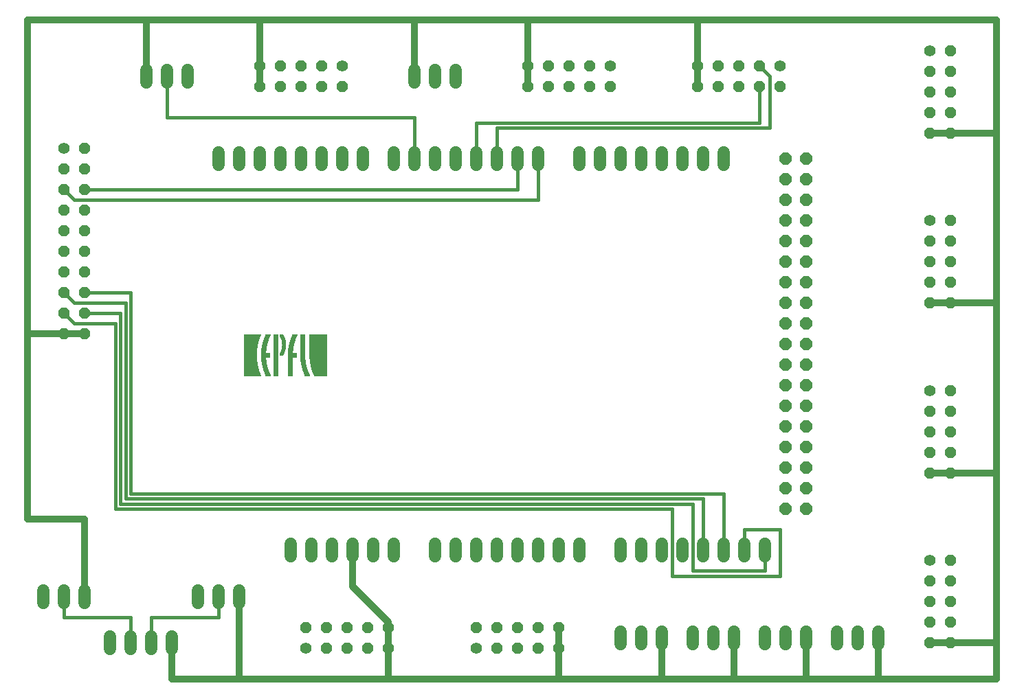
<source format=gtl>
G75*
G70*
%OFA0B0*%
%FSLAX24Y24*%
%IPPOS*%
%LPD*%
%AMOC8*
5,1,8,0,0,1.08239X$1,22.5*
%
%ADD10C,0.0010*%
%ADD11C,0.0600*%
%ADD12OC8,0.0600*%
%ADD13C,0.0560*%
%ADD14OC8,0.0560*%
%ADD15C,0.0160*%
%ADD16C,0.0320*%
D10*
X012016Y016528D02*
X012016Y018528D01*
X012816Y018528D01*
X012730Y018292D01*
X012667Y018048D01*
X012016Y018048D01*
X012016Y018056D02*
X012670Y018056D01*
X012667Y018048D02*
X012629Y017799D01*
X012616Y017548D01*
X012616Y017508D01*
X012629Y017257D01*
X012667Y017008D01*
X012730Y016765D01*
X012816Y016528D01*
X012016Y016528D01*
X012016Y016536D02*
X012813Y016536D01*
X012810Y016544D02*
X012016Y016544D01*
X012016Y016553D02*
X012807Y016553D01*
X012804Y016561D02*
X012016Y016561D01*
X012016Y016570D02*
X012801Y016570D01*
X012798Y016578D02*
X012016Y016578D01*
X012016Y016587D02*
X012794Y016587D01*
X012791Y016595D02*
X012016Y016595D01*
X012016Y016604D02*
X012788Y016604D01*
X012785Y016613D02*
X012016Y016613D01*
X012016Y016621D02*
X012782Y016621D01*
X012779Y016630D02*
X012016Y016630D01*
X012016Y016638D02*
X012776Y016638D01*
X012773Y016647D02*
X012016Y016647D01*
X012016Y016655D02*
X012770Y016655D01*
X012766Y016664D02*
X012016Y016664D01*
X012016Y016672D02*
X012763Y016672D01*
X012760Y016681D02*
X012016Y016681D01*
X012016Y016689D02*
X012757Y016689D01*
X012754Y016698D02*
X012016Y016698D01*
X012016Y016707D02*
X012751Y016707D01*
X012748Y016715D02*
X012016Y016715D01*
X012016Y016724D02*
X012745Y016724D01*
X012742Y016732D02*
X012016Y016732D01*
X012016Y016741D02*
X012739Y016741D01*
X012735Y016749D02*
X012016Y016749D01*
X012016Y016758D02*
X012732Y016758D01*
X012729Y016766D02*
X012016Y016766D01*
X012016Y016775D02*
X012727Y016775D01*
X012725Y016783D02*
X012016Y016783D01*
X012016Y016792D02*
X012723Y016792D01*
X012721Y016801D02*
X012016Y016801D01*
X012016Y016809D02*
X012718Y016809D01*
X012716Y016818D02*
X012016Y016818D01*
X012016Y016826D02*
X012714Y016826D01*
X012712Y016835D02*
X012016Y016835D01*
X012016Y016843D02*
X012710Y016843D01*
X012708Y016852D02*
X012016Y016852D01*
X012016Y016860D02*
X012705Y016860D01*
X012703Y016869D02*
X012016Y016869D01*
X012016Y016877D02*
X012701Y016877D01*
X012699Y016886D02*
X012016Y016886D01*
X012016Y016894D02*
X012697Y016894D01*
X012694Y016903D02*
X012016Y016903D01*
X012016Y016912D02*
X012692Y016912D01*
X012690Y016920D02*
X012016Y016920D01*
X012016Y016929D02*
X012688Y016929D01*
X012686Y016937D02*
X012016Y016937D01*
X012016Y016946D02*
X012683Y016946D01*
X012681Y016954D02*
X012016Y016954D01*
X012016Y016963D02*
X012679Y016963D01*
X012677Y016971D02*
X012016Y016971D01*
X012016Y016980D02*
X012675Y016980D01*
X012673Y016988D02*
X012016Y016988D01*
X012016Y016997D02*
X012670Y016997D01*
X012668Y017006D02*
X012016Y017006D01*
X012016Y017014D02*
X012667Y017014D01*
X012665Y017023D02*
X012016Y017023D01*
X012016Y017031D02*
X012664Y017031D01*
X012663Y017040D02*
X012016Y017040D01*
X012016Y017048D02*
X012661Y017048D01*
X012660Y017057D02*
X012016Y017057D01*
X012016Y017065D02*
X012659Y017065D01*
X012657Y017074D02*
X012016Y017074D01*
X012016Y017082D02*
X012656Y017082D01*
X012655Y017091D02*
X012016Y017091D01*
X012016Y017100D02*
X012653Y017100D01*
X012652Y017108D02*
X012016Y017108D01*
X012016Y017117D02*
X012651Y017117D01*
X012650Y017125D02*
X012016Y017125D01*
X012016Y017134D02*
X012648Y017134D01*
X012647Y017142D02*
X012016Y017142D01*
X012016Y017151D02*
X012646Y017151D01*
X012644Y017159D02*
X012016Y017159D01*
X012016Y017168D02*
X012643Y017168D01*
X012642Y017176D02*
X012016Y017176D01*
X012016Y017185D02*
X012640Y017185D01*
X012639Y017194D02*
X012016Y017194D01*
X012016Y017202D02*
X012638Y017202D01*
X012636Y017211D02*
X012016Y017211D01*
X012016Y017219D02*
X012635Y017219D01*
X012634Y017228D02*
X012016Y017228D01*
X012016Y017236D02*
X012633Y017236D01*
X012631Y017245D02*
X012016Y017245D01*
X012016Y017253D02*
X012630Y017253D01*
X012629Y017262D02*
X012016Y017262D01*
X012016Y017270D02*
X012629Y017270D01*
X012628Y017279D02*
X012016Y017279D01*
X012016Y017287D02*
X012628Y017287D01*
X012627Y017296D02*
X012016Y017296D01*
X012016Y017305D02*
X012627Y017305D01*
X012626Y017313D02*
X012016Y017313D01*
X012016Y017322D02*
X012626Y017322D01*
X012625Y017330D02*
X012016Y017330D01*
X012016Y017339D02*
X012625Y017339D01*
X012624Y017347D02*
X012016Y017347D01*
X012016Y017356D02*
X012624Y017356D01*
X012624Y017364D02*
X012016Y017364D01*
X012016Y017373D02*
X012623Y017373D01*
X012623Y017381D02*
X012016Y017381D01*
X012016Y017390D02*
X012622Y017390D01*
X012622Y017399D02*
X012016Y017399D01*
X012016Y017407D02*
X012621Y017407D01*
X012621Y017416D02*
X012016Y017416D01*
X012016Y017424D02*
X012620Y017424D01*
X012620Y017433D02*
X012016Y017433D01*
X012016Y017441D02*
X012619Y017441D01*
X012619Y017450D02*
X012016Y017450D01*
X012016Y017458D02*
X012619Y017458D01*
X012618Y017467D02*
X012016Y017467D01*
X012016Y017475D02*
X012618Y017475D01*
X012617Y017484D02*
X012016Y017484D01*
X012016Y017493D02*
X012617Y017493D01*
X012616Y017501D02*
X012016Y017501D01*
X012016Y017510D02*
X012616Y017510D01*
X012616Y017518D02*
X012016Y017518D01*
X012016Y017527D02*
X012616Y017527D01*
X012616Y017535D02*
X012016Y017535D01*
X012016Y017544D02*
X012616Y017544D01*
X012616Y017552D02*
X012016Y017552D01*
X012016Y017561D02*
X012617Y017561D01*
X012617Y017569D02*
X012016Y017569D01*
X012016Y017578D02*
X012617Y017578D01*
X012618Y017586D02*
X012016Y017586D01*
X012016Y017595D02*
X012618Y017595D01*
X012619Y017604D02*
X012016Y017604D01*
X012016Y017612D02*
X012619Y017612D01*
X012620Y017621D02*
X012016Y017621D01*
X012016Y017629D02*
X012620Y017629D01*
X012621Y017638D02*
X012016Y017638D01*
X012016Y017646D02*
X012621Y017646D01*
X012622Y017655D02*
X012016Y017655D01*
X012016Y017663D02*
X012622Y017663D01*
X012623Y017672D02*
X012016Y017672D01*
X012016Y017680D02*
X012623Y017680D01*
X012623Y017689D02*
X012016Y017689D01*
X012016Y017698D02*
X012624Y017698D01*
X012624Y017706D02*
X012016Y017706D01*
X012016Y017715D02*
X012625Y017715D01*
X012625Y017723D02*
X012016Y017723D01*
X012016Y017732D02*
X012626Y017732D01*
X012626Y017740D02*
X012016Y017740D01*
X012016Y017749D02*
X012627Y017749D01*
X012627Y017757D02*
X012016Y017757D01*
X012016Y017766D02*
X012628Y017766D01*
X012628Y017774D02*
X012016Y017774D01*
X012016Y017783D02*
X012629Y017783D01*
X012629Y017792D02*
X012016Y017792D01*
X012016Y017800D02*
X012629Y017800D01*
X012631Y017809D02*
X012016Y017809D01*
X012016Y017817D02*
X012632Y017817D01*
X012633Y017826D02*
X012016Y017826D01*
X012016Y017834D02*
X012635Y017834D01*
X012636Y017843D02*
X012016Y017843D01*
X012016Y017851D02*
X012637Y017851D01*
X012639Y017860D02*
X012016Y017860D01*
X012016Y017868D02*
X012640Y017868D01*
X012641Y017877D02*
X012016Y017877D01*
X012016Y017886D02*
X012643Y017886D01*
X012644Y017894D02*
X012016Y017894D01*
X012016Y017903D02*
X012645Y017903D01*
X012646Y017911D02*
X012016Y017911D01*
X012016Y017920D02*
X012648Y017920D01*
X012649Y017928D02*
X012016Y017928D01*
X012016Y017937D02*
X012650Y017937D01*
X012652Y017945D02*
X012016Y017945D01*
X012016Y017954D02*
X012653Y017954D01*
X012654Y017962D02*
X012016Y017962D01*
X012016Y017971D02*
X012656Y017971D01*
X012657Y017979D02*
X012016Y017979D01*
X012016Y017988D02*
X012658Y017988D01*
X012660Y017997D02*
X012016Y017997D01*
X012016Y018005D02*
X012661Y018005D01*
X012662Y018014D02*
X012016Y018014D01*
X012016Y018022D02*
X012664Y018022D01*
X012665Y018031D02*
X012016Y018031D01*
X012016Y018039D02*
X012666Y018039D01*
X012672Y018065D02*
X012016Y018065D01*
X012016Y018073D02*
X012674Y018073D01*
X012676Y018082D02*
X012016Y018082D01*
X012016Y018091D02*
X012678Y018091D01*
X012681Y018099D02*
X012016Y018099D01*
X012016Y018108D02*
X012683Y018108D01*
X012685Y018116D02*
X012016Y018116D01*
X012016Y018125D02*
X012687Y018125D01*
X012689Y018133D02*
X012016Y018133D01*
X012016Y018142D02*
X012691Y018142D01*
X012694Y018150D02*
X012016Y018150D01*
X012016Y018159D02*
X012696Y018159D01*
X012698Y018167D02*
X012016Y018167D01*
X012016Y018176D02*
X012700Y018176D01*
X012702Y018185D02*
X012016Y018185D01*
X012016Y018193D02*
X012705Y018193D01*
X012707Y018202D02*
X012016Y018202D01*
X012016Y018210D02*
X012709Y018210D01*
X012711Y018219D02*
X012016Y018219D01*
X012016Y018227D02*
X012713Y018227D01*
X012716Y018236D02*
X012016Y018236D01*
X012016Y018244D02*
X012718Y018244D01*
X012720Y018253D02*
X012016Y018253D01*
X012016Y018261D02*
X012722Y018261D01*
X012724Y018270D02*
X012016Y018270D01*
X012016Y018279D02*
X012726Y018279D01*
X012729Y018287D02*
X012016Y018287D01*
X012016Y018296D02*
X012731Y018296D01*
X012734Y018304D02*
X012016Y018304D01*
X012016Y018313D02*
X012737Y018313D01*
X012741Y018321D02*
X012016Y018321D01*
X012016Y018330D02*
X012744Y018330D01*
X012747Y018338D02*
X012016Y018338D01*
X012016Y018347D02*
X012750Y018347D01*
X012753Y018355D02*
X012016Y018355D01*
X012016Y018364D02*
X012756Y018364D01*
X012759Y018372D02*
X012016Y018372D01*
X012016Y018381D02*
X012762Y018381D01*
X012765Y018390D02*
X012016Y018390D01*
X012016Y018398D02*
X012769Y018398D01*
X012772Y018407D02*
X012016Y018407D01*
X012016Y018415D02*
X012775Y018415D01*
X012778Y018424D02*
X012016Y018424D01*
X012016Y018432D02*
X012781Y018432D01*
X012784Y018441D02*
X012016Y018441D01*
X012016Y018449D02*
X012787Y018449D01*
X012790Y018458D02*
X012016Y018458D01*
X012016Y018466D02*
X012793Y018466D01*
X012796Y018475D02*
X012016Y018475D01*
X012016Y018484D02*
X012800Y018484D01*
X012803Y018492D02*
X012016Y018492D01*
X012016Y018501D02*
X012806Y018501D01*
X012809Y018509D02*
X012016Y018509D01*
X012016Y018518D02*
X012812Y018518D01*
X012815Y018526D02*
X012016Y018526D01*
X012973Y018261D02*
X013183Y018261D01*
X013180Y018253D02*
X012970Y018253D01*
X012968Y018244D02*
X013177Y018244D01*
X013175Y018236D02*
X012966Y018236D01*
X012963Y018227D02*
X013172Y018227D01*
X013169Y018219D02*
X012961Y018219D01*
X012959Y018210D02*
X013166Y018210D01*
X013164Y018202D02*
X012956Y018202D01*
X012954Y018193D02*
X013161Y018193D01*
X013158Y018185D02*
X012951Y018185D01*
X012949Y018176D02*
X013155Y018176D01*
X013153Y018167D02*
X012947Y018167D01*
X012944Y018159D02*
X013150Y018159D01*
X013147Y018150D02*
X012942Y018150D01*
X012940Y018142D02*
X013144Y018142D01*
X013141Y018133D02*
X012937Y018133D01*
X012935Y018125D02*
X013139Y018125D01*
X013136Y018116D02*
X012932Y018116D01*
X012930Y018108D02*
X013133Y018108D01*
X013130Y018099D02*
X012928Y018099D01*
X012925Y018091D02*
X013128Y018091D01*
X013079Y017862D01*
X013056Y017628D01*
X013256Y017628D01*
X013256Y017428D01*
X013056Y017428D01*
X013079Y017195D01*
X013128Y016965D01*
X013200Y016742D01*
X013296Y016528D01*
X013076Y016528D01*
X012982Y016763D01*
X012914Y017007D01*
X012872Y017256D01*
X012856Y017508D01*
X012856Y017528D01*
X012870Y017786D01*
X012911Y018040D01*
X012980Y018289D01*
X013076Y018528D01*
X013296Y018528D01*
X013200Y018314D01*
X013128Y018091D01*
X013126Y018082D02*
X012923Y018082D01*
X012921Y018073D02*
X013124Y018073D01*
X013122Y018065D02*
X012918Y018065D01*
X012916Y018056D02*
X013120Y018056D01*
X013119Y018048D02*
X012914Y018048D01*
X012911Y018039D02*
X013117Y018039D01*
X013115Y018031D02*
X012910Y018031D01*
X012908Y018022D02*
X013113Y018022D01*
X013111Y018014D02*
X012907Y018014D01*
X012906Y018005D02*
X013110Y018005D01*
X013108Y017997D02*
X012904Y017997D01*
X012903Y017988D02*
X013106Y017988D01*
X013104Y017979D02*
X012901Y017979D01*
X012900Y017971D02*
X013102Y017971D01*
X013101Y017962D02*
X012899Y017962D01*
X012897Y017954D02*
X013099Y017954D01*
X013097Y017945D02*
X012896Y017945D01*
X012894Y017937D02*
X013095Y017937D01*
X013094Y017928D02*
X012893Y017928D01*
X012892Y017920D02*
X013092Y017920D01*
X013090Y017911D02*
X012890Y017911D01*
X012889Y017903D02*
X013088Y017903D01*
X013086Y017894D02*
X012888Y017894D01*
X012886Y017886D02*
X013085Y017886D01*
X013083Y017877D02*
X012885Y017877D01*
X012883Y017868D02*
X013081Y017868D01*
X013079Y017860D02*
X012882Y017860D01*
X012881Y017851D02*
X013078Y017851D01*
X013078Y017843D02*
X012879Y017843D01*
X012878Y017834D02*
X013077Y017834D01*
X013076Y017826D02*
X012876Y017826D01*
X012875Y017817D02*
X013075Y017817D01*
X013074Y017809D02*
X012874Y017809D01*
X012872Y017800D02*
X013073Y017800D01*
X013072Y017792D02*
X012871Y017792D01*
X012870Y017783D02*
X013072Y017783D01*
X013071Y017774D02*
X012869Y017774D01*
X012869Y017766D02*
X013070Y017766D01*
X013069Y017757D02*
X012868Y017757D01*
X012868Y017749D02*
X013068Y017749D01*
X013067Y017740D02*
X012867Y017740D01*
X012867Y017732D02*
X013066Y017732D01*
X013066Y017723D02*
X012866Y017723D01*
X012866Y017715D02*
X013065Y017715D01*
X013064Y017706D02*
X012866Y017706D01*
X012865Y017698D02*
X013063Y017698D01*
X013062Y017689D02*
X012865Y017689D01*
X012864Y017680D02*
X013061Y017680D01*
X013060Y017672D02*
X012864Y017672D01*
X012863Y017663D02*
X013060Y017663D01*
X013059Y017655D02*
X012863Y017655D01*
X012862Y017646D02*
X013058Y017646D01*
X013057Y017638D02*
X012862Y017638D01*
X012861Y017629D02*
X013056Y017629D01*
X012861Y017621D02*
X013256Y017621D01*
X013256Y017612D02*
X012860Y017612D01*
X012860Y017604D02*
X013256Y017604D01*
X013256Y017595D02*
X012860Y017595D01*
X012859Y017586D02*
X013256Y017586D01*
X013256Y017578D02*
X012859Y017578D01*
X012858Y017569D02*
X013256Y017569D01*
X013256Y017561D02*
X012858Y017561D01*
X012857Y017552D02*
X013256Y017552D01*
X013256Y017544D02*
X012857Y017544D01*
X012856Y017535D02*
X013256Y017535D01*
X013256Y017527D02*
X012856Y017527D01*
X012856Y017518D02*
X013256Y017518D01*
X013256Y017510D02*
X012856Y017510D01*
X012856Y017501D02*
X013256Y017501D01*
X013256Y017493D02*
X012857Y017493D01*
X012858Y017484D02*
X013256Y017484D01*
X013256Y017475D02*
X012858Y017475D01*
X012859Y017467D02*
X013256Y017467D01*
X013256Y017458D02*
X012859Y017458D01*
X012860Y017450D02*
X013256Y017450D01*
X013256Y017441D02*
X012860Y017441D01*
X012861Y017433D02*
X013256Y017433D01*
X013057Y017416D02*
X012862Y017416D01*
X012861Y017424D02*
X013056Y017424D01*
X013058Y017407D02*
X012862Y017407D01*
X012863Y017399D02*
X013059Y017399D01*
X013060Y017390D02*
X012863Y017390D01*
X012864Y017381D02*
X013061Y017381D01*
X013062Y017373D02*
X012864Y017373D01*
X012865Y017364D02*
X013062Y017364D01*
X013063Y017356D02*
X012866Y017356D01*
X012866Y017347D02*
X013064Y017347D01*
X013065Y017339D02*
X012867Y017339D01*
X012867Y017330D02*
X013066Y017330D01*
X013067Y017322D02*
X012868Y017322D01*
X012868Y017313D02*
X013068Y017313D01*
X013068Y017305D02*
X012869Y017305D01*
X012869Y017296D02*
X013069Y017296D01*
X013070Y017287D02*
X012870Y017287D01*
X012870Y017279D02*
X013071Y017279D01*
X013072Y017270D02*
X012871Y017270D01*
X012871Y017262D02*
X013073Y017262D01*
X013074Y017253D02*
X012872Y017253D01*
X012874Y017245D02*
X013074Y017245D01*
X013075Y017236D02*
X012875Y017236D01*
X012877Y017228D02*
X013076Y017228D01*
X013077Y017219D02*
X012878Y017219D01*
X012879Y017211D02*
X013078Y017211D01*
X013079Y017202D02*
X012881Y017202D01*
X012882Y017194D02*
X013080Y017194D01*
X013082Y017185D02*
X012884Y017185D01*
X012885Y017176D02*
X013083Y017176D01*
X013085Y017168D02*
X012887Y017168D01*
X012888Y017159D02*
X013087Y017159D01*
X013089Y017151D02*
X012890Y017151D01*
X012891Y017142D02*
X013091Y017142D01*
X013092Y017134D02*
X012892Y017134D01*
X012894Y017125D02*
X013094Y017125D01*
X013096Y017117D02*
X012895Y017117D01*
X012897Y017108D02*
X013098Y017108D01*
X013100Y017100D02*
X012898Y017100D01*
X012900Y017091D02*
X013101Y017091D01*
X013103Y017082D02*
X012901Y017082D01*
X012903Y017074D02*
X013105Y017074D01*
X013107Y017065D02*
X012904Y017065D01*
X012905Y017057D02*
X013109Y017057D01*
X013110Y017048D02*
X012907Y017048D01*
X012908Y017040D02*
X013112Y017040D01*
X013114Y017031D02*
X012910Y017031D01*
X012911Y017023D02*
X013116Y017023D01*
X013117Y017014D02*
X012913Y017014D01*
X012914Y017006D02*
X013119Y017006D01*
X013121Y016997D02*
X012917Y016997D01*
X012919Y016988D02*
X013123Y016988D01*
X013125Y016980D02*
X012921Y016980D01*
X012924Y016971D02*
X013126Y016971D01*
X013129Y016963D02*
X012926Y016963D01*
X012929Y016954D02*
X013131Y016954D01*
X013134Y016946D02*
X012931Y016946D01*
X012933Y016937D02*
X013137Y016937D01*
X013140Y016929D02*
X012936Y016929D01*
X012938Y016920D02*
X013142Y016920D01*
X013145Y016912D02*
X012941Y016912D01*
X012943Y016903D02*
X013148Y016903D01*
X013151Y016894D02*
X012945Y016894D01*
X012948Y016886D02*
X013153Y016886D01*
X013156Y016877D02*
X012950Y016877D01*
X012953Y016869D02*
X013159Y016869D01*
X013162Y016860D02*
X012955Y016860D01*
X012957Y016852D02*
X013165Y016852D01*
X013167Y016843D02*
X012960Y016843D01*
X012962Y016835D02*
X013170Y016835D01*
X013173Y016826D02*
X012965Y016826D01*
X012967Y016818D02*
X013176Y016818D01*
X013178Y016809D02*
X012969Y016809D01*
X012972Y016801D02*
X013181Y016801D01*
X013184Y016792D02*
X012974Y016792D01*
X012977Y016783D02*
X013187Y016783D01*
X013189Y016775D02*
X012979Y016775D01*
X012981Y016766D02*
X013192Y016766D01*
X013195Y016758D02*
X012984Y016758D01*
X012988Y016749D02*
X013198Y016749D01*
X013201Y016741D02*
X012991Y016741D01*
X012995Y016732D02*
X013205Y016732D01*
X013208Y016724D02*
X012998Y016724D01*
X013001Y016715D02*
X013212Y016715D01*
X013216Y016707D02*
X013005Y016707D01*
X013008Y016698D02*
X013220Y016698D01*
X013224Y016689D02*
X013012Y016689D01*
X013015Y016681D02*
X013228Y016681D01*
X013231Y016672D02*
X013018Y016672D01*
X013022Y016664D02*
X013235Y016664D01*
X013239Y016655D02*
X013025Y016655D01*
X013029Y016647D02*
X013243Y016647D01*
X013247Y016638D02*
X013032Y016638D01*
X013035Y016630D02*
X013250Y016630D01*
X013254Y016621D02*
X013039Y016621D01*
X013042Y016613D02*
X013258Y016613D01*
X013262Y016604D02*
X013046Y016604D01*
X013049Y016595D02*
X013266Y016595D01*
X013269Y016587D02*
X013052Y016587D01*
X013056Y016578D02*
X013273Y016578D01*
X013277Y016570D02*
X013059Y016570D01*
X013063Y016561D02*
X013281Y016561D01*
X013285Y016553D02*
X013066Y016553D01*
X013069Y016544D02*
X013289Y016544D01*
X013292Y016536D02*
X013073Y016536D01*
X013456Y016536D02*
X013656Y016536D01*
X013656Y016528D02*
X013656Y018528D01*
X013456Y018528D01*
X013456Y016528D01*
X013656Y016528D01*
X013656Y016544D02*
X013456Y016544D01*
X013456Y016553D02*
X013656Y016553D01*
X013656Y016561D02*
X013456Y016561D01*
X013456Y016570D02*
X013656Y016570D01*
X013656Y016578D02*
X013456Y016578D01*
X013456Y016587D02*
X013656Y016587D01*
X013656Y016595D02*
X013456Y016595D01*
X013456Y016604D02*
X013656Y016604D01*
X013656Y016613D02*
X013456Y016613D01*
X013456Y016621D02*
X013656Y016621D01*
X013656Y016630D02*
X013456Y016630D01*
X013456Y016638D02*
X013656Y016638D01*
X013656Y016647D02*
X013456Y016647D01*
X013456Y016655D02*
X013656Y016655D01*
X013656Y016664D02*
X013456Y016664D01*
X013456Y016672D02*
X013656Y016672D01*
X013656Y016681D02*
X013456Y016681D01*
X013456Y016689D02*
X013656Y016689D01*
X013656Y016698D02*
X013456Y016698D01*
X013456Y016707D02*
X013656Y016707D01*
X013656Y016715D02*
X013456Y016715D01*
X013456Y016724D02*
X013656Y016724D01*
X013656Y016732D02*
X013456Y016732D01*
X013456Y016741D02*
X013656Y016741D01*
X013656Y016749D02*
X013456Y016749D01*
X013456Y016758D02*
X013656Y016758D01*
X013656Y016766D02*
X013456Y016766D01*
X013456Y016775D02*
X013656Y016775D01*
X013656Y016783D02*
X013456Y016783D01*
X013456Y016792D02*
X013656Y016792D01*
X013656Y016801D02*
X013456Y016801D01*
X013456Y016809D02*
X013656Y016809D01*
X013656Y016818D02*
X013456Y016818D01*
X013456Y016826D02*
X013656Y016826D01*
X013656Y016835D02*
X013456Y016835D01*
X013456Y016843D02*
X013656Y016843D01*
X013656Y016852D02*
X013456Y016852D01*
X013456Y016860D02*
X013656Y016860D01*
X013656Y016869D02*
X013456Y016869D01*
X013456Y016877D02*
X013656Y016877D01*
X013656Y016886D02*
X013456Y016886D01*
X013456Y016894D02*
X013656Y016894D01*
X013656Y016903D02*
X013456Y016903D01*
X013456Y016912D02*
X013656Y016912D01*
X013656Y016920D02*
X013456Y016920D01*
X013456Y016929D02*
X013656Y016929D01*
X013656Y016937D02*
X013456Y016937D01*
X013456Y016946D02*
X013656Y016946D01*
X013656Y016954D02*
X013456Y016954D01*
X013456Y016963D02*
X013656Y016963D01*
X013656Y016971D02*
X013456Y016971D01*
X013456Y016980D02*
X013656Y016980D01*
X013656Y016988D02*
X013456Y016988D01*
X013456Y016997D02*
X013656Y016997D01*
X013656Y017006D02*
X013456Y017006D01*
X013456Y017014D02*
X013656Y017014D01*
X013656Y017023D02*
X013456Y017023D01*
X013456Y017031D02*
X013656Y017031D01*
X013656Y017040D02*
X013456Y017040D01*
X013456Y017048D02*
X013656Y017048D01*
X013656Y017057D02*
X013456Y017057D01*
X013456Y017065D02*
X013656Y017065D01*
X013656Y017074D02*
X013456Y017074D01*
X013456Y017082D02*
X013656Y017082D01*
X013656Y017091D02*
X013456Y017091D01*
X013456Y017100D02*
X013656Y017100D01*
X013656Y017108D02*
X013456Y017108D01*
X013456Y017117D02*
X013656Y017117D01*
X013656Y017125D02*
X013456Y017125D01*
X013456Y017134D02*
X013656Y017134D01*
X013656Y017142D02*
X013456Y017142D01*
X013456Y017151D02*
X013656Y017151D01*
X013656Y017159D02*
X013456Y017159D01*
X013456Y017168D02*
X013656Y017168D01*
X013656Y017176D02*
X013456Y017176D01*
X013456Y017185D02*
X013656Y017185D01*
X013656Y017194D02*
X013456Y017194D01*
X013456Y017202D02*
X013656Y017202D01*
X013656Y017211D02*
X013456Y017211D01*
X013456Y017219D02*
X013656Y017219D01*
X013656Y017228D02*
X013456Y017228D01*
X013456Y017236D02*
X013656Y017236D01*
X013656Y017245D02*
X013456Y017245D01*
X013456Y017253D02*
X013656Y017253D01*
X013656Y017262D02*
X013456Y017262D01*
X013456Y017270D02*
X013656Y017270D01*
X013656Y017279D02*
X013456Y017279D01*
X013456Y017287D02*
X013656Y017287D01*
X013656Y017296D02*
X013456Y017296D01*
X013456Y017305D02*
X013656Y017305D01*
X013656Y017313D02*
X013456Y017313D01*
X013456Y017322D02*
X013656Y017322D01*
X013656Y017330D02*
X013456Y017330D01*
X013456Y017339D02*
X013656Y017339D01*
X013656Y017347D02*
X013456Y017347D01*
X013456Y017356D02*
X013656Y017356D01*
X013656Y017364D02*
X013456Y017364D01*
X013456Y017373D02*
X013656Y017373D01*
X013656Y017381D02*
X013456Y017381D01*
X013456Y017390D02*
X013656Y017390D01*
X013656Y017399D02*
X013456Y017399D01*
X013456Y017407D02*
X013656Y017407D01*
X013656Y017416D02*
X013456Y017416D01*
X013456Y017424D02*
X013656Y017424D01*
X013656Y017433D02*
X013456Y017433D01*
X013456Y017441D02*
X013656Y017441D01*
X013656Y017450D02*
X013456Y017450D01*
X013456Y017458D02*
X013656Y017458D01*
X013656Y017467D02*
X013456Y017467D01*
X013456Y017475D02*
X013656Y017475D01*
X013656Y017484D02*
X013456Y017484D01*
X013456Y017493D02*
X013656Y017493D01*
X013656Y017501D02*
X013456Y017501D01*
X013456Y017510D02*
X013656Y017510D01*
X013656Y017518D02*
X013456Y017518D01*
X013456Y017527D02*
X013656Y017527D01*
X013656Y017535D02*
X013456Y017535D01*
X013456Y017544D02*
X013656Y017544D01*
X013656Y017552D02*
X013456Y017552D01*
X013456Y017561D02*
X013656Y017561D01*
X013656Y017569D02*
X013456Y017569D01*
X013456Y017578D02*
X013656Y017578D01*
X013656Y017586D02*
X013456Y017586D01*
X013456Y017595D02*
X013656Y017595D01*
X013656Y017604D02*
X013456Y017604D01*
X013456Y017612D02*
X013656Y017612D01*
X013656Y017621D02*
X013456Y017621D01*
X013456Y017629D02*
X013656Y017629D01*
X013656Y017638D02*
X013456Y017638D01*
X013456Y017646D02*
X013656Y017646D01*
X013656Y017655D02*
X013456Y017655D01*
X013456Y017663D02*
X013656Y017663D01*
X013656Y017672D02*
X013456Y017672D01*
X013456Y017680D02*
X013656Y017680D01*
X013656Y017689D02*
X013456Y017689D01*
X013456Y017698D02*
X013656Y017698D01*
X013656Y017706D02*
X013456Y017706D01*
X013456Y017715D02*
X013656Y017715D01*
X013656Y017723D02*
X013456Y017723D01*
X013456Y017732D02*
X013656Y017732D01*
X013656Y017740D02*
X013456Y017740D01*
X013456Y017749D02*
X013656Y017749D01*
X013656Y017757D02*
X013456Y017757D01*
X013456Y017766D02*
X013656Y017766D01*
X013656Y017774D02*
X013456Y017774D01*
X013456Y017783D02*
X013656Y017783D01*
X013656Y017792D02*
X013456Y017792D01*
X013456Y017800D02*
X013656Y017800D01*
X013656Y017809D02*
X013456Y017809D01*
X013456Y017817D02*
X013656Y017817D01*
X013656Y017826D02*
X013456Y017826D01*
X013456Y017834D02*
X013656Y017834D01*
X013656Y017843D02*
X013456Y017843D01*
X013456Y017851D02*
X013656Y017851D01*
X013656Y017860D02*
X013456Y017860D01*
X013456Y017868D02*
X013656Y017868D01*
X013656Y017877D02*
X013456Y017877D01*
X013456Y017886D02*
X013656Y017886D01*
X013656Y017894D02*
X013456Y017894D01*
X013456Y017903D02*
X013656Y017903D01*
X013656Y017911D02*
X013456Y017911D01*
X013456Y017920D02*
X013656Y017920D01*
X013656Y017928D02*
X013456Y017928D01*
X013456Y017937D02*
X013656Y017937D01*
X013656Y017945D02*
X013456Y017945D01*
X013456Y017954D02*
X013656Y017954D01*
X013656Y017962D02*
X013456Y017962D01*
X013456Y017971D02*
X013656Y017971D01*
X013656Y017979D02*
X013456Y017979D01*
X013456Y017988D02*
X013656Y017988D01*
X013656Y017997D02*
X013456Y017997D01*
X013456Y018005D02*
X013656Y018005D01*
X013656Y018014D02*
X013456Y018014D01*
X013456Y018022D02*
X013656Y018022D01*
X013656Y018031D02*
X013456Y018031D01*
X013456Y018039D02*
X013656Y018039D01*
X013656Y018048D02*
X013456Y018048D01*
X013456Y018056D02*
X013656Y018056D01*
X013656Y018065D02*
X013456Y018065D01*
X013456Y018073D02*
X013656Y018073D01*
X013656Y018082D02*
X013456Y018082D01*
X013456Y018091D02*
X013656Y018091D01*
X013656Y018099D02*
X013456Y018099D01*
X013456Y018108D02*
X013656Y018108D01*
X013656Y018116D02*
X013456Y018116D01*
X013456Y018125D02*
X013656Y018125D01*
X013656Y018133D02*
X013456Y018133D01*
X013456Y018142D02*
X013656Y018142D01*
X013656Y018150D02*
X013456Y018150D01*
X013456Y018159D02*
X013656Y018159D01*
X013656Y018167D02*
X013456Y018167D01*
X013456Y018176D02*
X013656Y018176D01*
X013656Y018185D02*
X013456Y018185D01*
X013456Y018193D02*
X013656Y018193D01*
X013656Y018202D02*
X013456Y018202D01*
X013456Y018210D02*
X013656Y018210D01*
X013656Y018219D02*
X013456Y018219D01*
X013456Y018227D02*
X013656Y018227D01*
X013656Y018236D02*
X013456Y018236D01*
X013456Y018244D02*
X013656Y018244D01*
X013656Y018253D02*
X013456Y018253D01*
X013456Y018261D02*
X013656Y018261D01*
X013656Y018270D02*
X013456Y018270D01*
X013456Y018279D02*
X013656Y018279D01*
X013656Y018287D02*
X013456Y018287D01*
X013456Y018296D02*
X013656Y018296D01*
X013656Y018304D02*
X013456Y018304D01*
X013456Y018313D02*
X013656Y018313D01*
X013656Y018321D02*
X013456Y018321D01*
X013456Y018330D02*
X013656Y018330D01*
X013656Y018338D02*
X013456Y018338D01*
X013456Y018347D02*
X013656Y018347D01*
X013656Y018355D02*
X013456Y018355D01*
X013456Y018364D02*
X013656Y018364D01*
X013656Y018372D02*
X013456Y018372D01*
X013456Y018381D02*
X013656Y018381D01*
X013656Y018390D02*
X013456Y018390D01*
X013456Y018398D02*
X013656Y018398D01*
X013656Y018407D02*
X013456Y018407D01*
X013456Y018415D02*
X013656Y018415D01*
X013656Y018424D02*
X013456Y018424D01*
X013456Y018432D02*
X013656Y018432D01*
X013656Y018441D02*
X013456Y018441D01*
X013456Y018449D02*
X013656Y018449D01*
X013656Y018458D02*
X013456Y018458D01*
X013456Y018466D02*
X013656Y018466D01*
X013656Y018475D02*
X013456Y018475D01*
X013456Y018484D02*
X013656Y018484D01*
X013656Y018492D02*
X013456Y018492D01*
X013456Y018501D02*
X013656Y018501D01*
X013656Y018509D02*
X013456Y018509D01*
X013456Y018518D02*
X013656Y018518D01*
X013656Y018526D02*
X013456Y018526D01*
X013295Y018526D02*
X013075Y018526D01*
X013071Y018518D02*
X013291Y018518D01*
X013287Y018509D02*
X013068Y018509D01*
X013065Y018501D02*
X013283Y018501D01*
X013280Y018492D02*
X013061Y018492D01*
X013058Y018484D02*
X013276Y018484D01*
X013272Y018475D02*
X013054Y018475D01*
X013051Y018466D02*
X013268Y018466D01*
X013264Y018458D02*
X013048Y018458D01*
X013044Y018449D02*
X013261Y018449D01*
X013257Y018441D02*
X013041Y018441D01*
X013037Y018432D02*
X013253Y018432D01*
X013249Y018424D02*
X013034Y018424D01*
X013031Y018415D02*
X013245Y018415D01*
X013241Y018407D02*
X013027Y018407D01*
X013024Y018398D02*
X013238Y018398D01*
X013234Y018390D02*
X013020Y018390D01*
X013017Y018381D02*
X013230Y018381D01*
X013226Y018372D02*
X013014Y018372D01*
X013010Y018364D02*
X013222Y018364D01*
X013219Y018355D02*
X013007Y018355D01*
X013003Y018347D02*
X013215Y018347D01*
X013211Y018338D02*
X013000Y018338D01*
X012997Y018330D02*
X013207Y018330D01*
X013203Y018321D02*
X012993Y018321D01*
X012990Y018313D02*
X013200Y018313D01*
X013197Y018304D02*
X012986Y018304D01*
X012983Y018296D02*
X013194Y018296D01*
X013191Y018287D02*
X012980Y018287D01*
X012977Y018279D02*
X013189Y018279D01*
X013186Y018270D02*
X012975Y018270D01*
X013756Y018468D02*
X013806Y018370D01*
X013844Y018266D01*
X013867Y018158D01*
X013876Y018048D01*
X014034Y018048D01*
X014034Y018056D02*
X013875Y018056D01*
X013876Y018048D02*
X013876Y018008D01*
X013868Y017901D01*
X013847Y017796D01*
X013813Y017695D01*
X013766Y017598D01*
X013766Y017528D01*
X013896Y017528D01*
X013955Y017645D01*
X013999Y017769D01*
X014026Y017897D01*
X014036Y018028D01*
X014026Y018159D01*
X013999Y018287D01*
X013836Y018287D01*
X013833Y018296D02*
X013996Y018296D01*
X013993Y018304D02*
X013830Y018304D01*
X013827Y018313D02*
X013990Y018313D01*
X013987Y018321D02*
X013824Y018321D01*
X013821Y018330D02*
X013984Y018330D01*
X013981Y018338D02*
X013818Y018338D01*
X013815Y018347D02*
X013978Y018347D01*
X013975Y018355D02*
X013812Y018355D01*
X013809Y018364D02*
X013972Y018364D01*
X013969Y018372D02*
X013805Y018372D01*
X013801Y018381D02*
X013966Y018381D01*
X013963Y018390D02*
X013797Y018390D01*
X013792Y018398D02*
X013960Y018398D01*
X013957Y018407D02*
X013788Y018407D01*
X013783Y018415D02*
X013953Y018415D01*
X013955Y018411D02*
X013999Y018287D01*
X014001Y018279D02*
X013839Y018279D01*
X013842Y018270D02*
X014003Y018270D01*
X014004Y018261D02*
X013845Y018261D01*
X013847Y018253D02*
X014006Y018253D01*
X014008Y018244D02*
X013848Y018244D01*
X013850Y018236D02*
X014010Y018236D01*
X014012Y018227D02*
X013852Y018227D01*
X013854Y018219D02*
X014013Y018219D01*
X014015Y018210D02*
X013856Y018210D01*
X013858Y018202D02*
X014017Y018202D01*
X014019Y018193D02*
X013859Y018193D01*
X013861Y018185D02*
X014021Y018185D01*
X014022Y018176D02*
X013863Y018176D01*
X013865Y018167D02*
X014024Y018167D01*
X014026Y018159D02*
X013867Y018159D01*
X013867Y018150D02*
X014027Y018150D01*
X014027Y018142D02*
X013868Y018142D01*
X013869Y018133D02*
X014028Y018133D01*
X014029Y018125D02*
X013870Y018125D01*
X013870Y018116D02*
X014029Y018116D01*
X014030Y018108D02*
X013871Y018108D01*
X013872Y018099D02*
X014030Y018099D01*
X014031Y018091D02*
X013872Y018091D01*
X013873Y018082D02*
X014032Y018082D01*
X014032Y018073D02*
X013874Y018073D01*
X013874Y018065D02*
X014033Y018065D01*
X014035Y018039D02*
X013876Y018039D01*
X013876Y018031D02*
X014036Y018031D01*
X014035Y018022D02*
X013876Y018022D01*
X013876Y018014D02*
X014035Y018014D01*
X014034Y018005D02*
X013875Y018005D01*
X013875Y017997D02*
X014034Y017997D01*
X014033Y017988D02*
X013874Y017988D01*
X013874Y017979D02*
X014032Y017979D01*
X014032Y017971D02*
X013873Y017971D01*
X013872Y017962D02*
X014031Y017962D01*
X014030Y017954D02*
X013872Y017954D01*
X013871Y017945D02*
X014030Y017945D01*
X014029Y017937D02*
X013871Y017937D01*
X013870Y017928D02*
X014028Y017928D01*
X014028Y017920D02*
X013869Y017920D01*
X013869Y017911D02*
X014027Y017911D01*
X014026Y017903D02*
X013868Y017903D01*
X013867Y017894D02*
X014025Y017894D01*
X014023Y017886D02*
X013865Y017886D01*
X013863Y017877D02*
X014022Y017877D01*
X014020Y017868D02*
X013861Y017868D01*
X013860Y017860D02*
X014018Y017860D01*
X014016Y017851D02*
X013858Y017851D01*
X013856Y017843D02*
X014014Y017843D01*
X014013Y017834D02*
X013855Y017834D01*
X013853Y017826D02*
X014011Y017826D01*
X014009Y017817D02*
X013851Y017817D01*
X013849Y017809D02*
X014007Y017809D01*
X014005Y017800D02*
X013848Y017800D01*
X013845Y017792D02*
X014004Y017792D01*
X014002Y017783D02*
X013843Y017783D01*
X013840Y017774D02*
X014000Y017774D01*
X013998Y017766D02*
X013837Y017766D01*
X013834Y017757D02*
X013995Y017757D01*
X013992Y017749D02*
X013831Y017749D01*
X013828Y017740D02*
X013989Y017740D01*
X013986Y017732D02*
X013825Y017732D01*
X013822Y017723D02*
X013983Y017723D01*
X013980Y017715D02*
X013819Y017715D01*
X013817Y017706D02*
X013977Y017706D01*
X013974Y017698D02*
X013814Y017698D01*
X013810Y017689D02*
X013971Y017689D01*
X013968Y017680D02*
X013806Y017680D01*
X013802Y017672D02*
X013965Y017672D01*
X013962Y017663D02*
X013797Y017663D01*
X013793Y017655D02*
X013959Y017655D01*
X013956Y017646D02*
X013789Y017646D01*
X013785Y017638D02*
X013951Y017638D01*
X013947Y017629D02*
X013781Y017629D01*
X013777Y017621D02*
X013943Y017621D01*
X013938Y017612D02*
X013773Y017612D01*
X013768Y017604D02*
X013934Y017604D01*
X013930Y017595D02*
X013766Y017595D01*
X013766Y017586D02*
X013925Y017586D01*
X013921Y017578D02*
X013766Y017578D01*
X013766Y017569D02*
X013917Y017569D01*
X013912Y017561D02*
X013766Y017561D01*
X013766Y017552D02*
X013908Y017552D01*
X013904Y017544D02*
X013766Y017544D01*
X013766Y017535D02*
X013899Y017535D01*
X014156Y017528D02*
X014170Y017786D01*
X014211Y018040D01*
X014280Y018289D01*
X014376Y018528D01*
X014596Y018528D01*
X014500Y018314D01*
X014428Y018091D01*
X014379Y017862D01*
X014356Y017628D01*
X014556Y017628D01*
X014556Y017428D01*
X014356Y017428D01*
X014356Y016528D01*
X014156Y016528D01*
X014156Y017528D01*
X014156Y017527D02*
X014556Y017527D01*
X014556Y017535D02*
X014156Y017535D01*
X014157Y017544D02*
X014556Y017544D01*
X014556Y017552D02*
X014157Y017552D01*
X014158Y017561D02*
X014556Y017561D01*
X014556Y017569D02*
X014158Y017569D01*
X014159Y017578D02*
X014556Y017578D01*
X014556Y017586D02*
X014159Y017586D01*
X014160Y017595D02*
X014556Y017595D01*
X014556Y017604D02*
X014160Y017604D01*
X014160Y017612D02*
X014556Y017612D01*
X014556Y017621D02*
X014161Y017621D01*
X014161Y017629D02*
X014356Y017629D01*
X014357Y017638D02*
X014162Y017638D01*
X014162Y017646D02*
X014358Y017646D01*
X014359Y017655D02*
X014163Y017655D01*
X014163Y017663D02*
X014360Y017663D01*
X014360Y017672D02*
X014164Y017672D01*
X014164Y017680D02*
X014361Y017680D01*
X014362Y017689D02*
X014165Y017689D01*
X014165Y017698D02*
X014363Y017698D01*
X014364Y017706D02*
X014166Y017706D01*
X014166Y017715D02*
X014365Y017715D01*
X014366Y017723D02*
X014166Y017723D01*
X014167Y017732D02*
X014366Y017732D01*
X014367Y017740D02*
X014167Y017740D01*
X014168Y017749D02*
X014368Y017749D01*
X014369Y017757D02*
X014168Y017757D01*
X014169Y017766D02*
X014370Y017766D01*
X014371Y017774D02*
X014169Y017774D01*
X014170Y017783D02*
X014372Y017783D01*
X014372Y017792D02*
X014171Y017792D01*
X014172Y017800D02*
X014373Y017800D01*
X014374Y017809D02*
X014174Y017809D01*
X014175Y017817D02*
X014375Y017817D01*
X014376Y017826D02*
X014176Y017826D01*
X014178Y017834D02*
X014377Y017834D01*
X014378Y017843D02*
X014179Y017843D01*
X014181Y017851D02*
X014378Y017851D01*
X014379Y017860D02*
X014182Y017860D01*
X014183Y017868D02*
X014381Y017868D01*
X014383Y017877D02*
X014185Y017877D01*
X014186Y017886D02*
X014385Y017886D01*
X014386Y017894D02*
X014188Y017894D01*
X014189Y017903D02*
X014388Y017903D01*
X014390Y017911D02*
X014190Y017911D01*
X014192Y017920D02*
X014392Y017920D01*
X014394Y017928D02*
X014193Y017928D01*
X014194Y017937D02*
X014395Y017937D01*
X014397Y017945D02*
X014196Y017945D01*
X014197Y017954D02*
X014399Y017954D01*
X014401Y017962D02*
X014199Y017962D01*
X014200Y017971D02*
X014402Y017971D01*
X014404Y017979D02*
X014201Y017979D01*
X014203Y017988D02*
X014406Y017988D01*
X014408Y017997D02*
X014204Y017997D01*
X014206Y018005D02*
X014410Y018005D01*
X014411Y018014D02*
X014207Y018014D01*
X014208Y018022D02*
X014413Y018022D01*
X014415Y018031D02*
X014210Y018031D01*
X014211Y018039D02*
X014417Y018039D01*
X014419Y018048D02*
X014214Y018048D01*
X014216Y018056D02*
X014420Y018056D01*
X014422Y018065D02*
X014218Y018065D01*
X014221Y018073D02*
X014424Y018073D01*
X014426Y018082D02*
X014223Y018082D01*
X014225Y018091D02*
X014428Y018091D01*
X014430Y018099D02*
X014228Y018099D01*
X014230Y018108D02*
X014433Y018108D01*
X014436Y018116D02*
X014232Y018116D01*
X014235Y018125D02*
X014439Y018125D01*
X014441Y018133D02*
X014237Y018133D01*
X014240Y018142D02*
X014444Y018142D01*
X014447Y018150D02*
X014242Y018150D01*
X014244Y018159D02*
X014450Y018159D01*
X014453Y018167D02*
X014247Y018167D01*
X014249Y018176D02*
X014455Y018176D01*
X014458Y018185D02*
X014251Y018185D01*
X014254Y018193D02*
X014461Y018193D01*
X014464Y018202D02*
X014256Y018202D01*
X014259Y018210D02*
X014466Y018210D01*
X014469Y018219D02*
X014261Y018219D01*
X014263Y018227D02*
X014472Y018227D01*
X014475Y018236D02*
X014266Y018236D01*
X014268Y018244D02*
X014477Y018244D01*
X014480Y018253D02*
X014270Y018253D01*
X014273Y018261D02*
X014483Y018261D01*
X014486Y018270D02*
X014275Y018270D01*
X014277Y018279D02*
X014489Y018279D01*
X014491Y018287D02*
X014280Y018287D01*
X014283Y018296D02*
X014494Y018296D01*
X014497Y018304D02*
X014286Y018304D01*
X014290Y018313D02*
X014500Y018313D01*
X014503Y018321D02*
X014293Y018321D01*
X014297Y018330D02*
X014507Y018330D01*
X014511Y018338D02*
X014300Y018338D01*
X014303Y018347D02*
X014515Y018347D01*
X014519Y018355D02*
X014307Y018355D01*
X014310Y018364D02*
X014522Y018364D01*
X014526Y018372D02*
X014314Y018372D01*
X014317Y018381D02*
X014530Y018381D01*
X014534Y018390D02*
X014320Y018390D01*
X014324Y018398D02*
X014538Y018398D01*
X014541Y018407D02*
X014327Y018407D01*
X014331Y018415D02*
X014545Y018415D01*
X014549Y018424D02*
X014334Y018424D01*
X014337Y018432D02*
X014553Y018432D01*
X014557Y018441D02*
X014341Y018441D01*
X014344Y018449D02*
X014561Y018449D01*
X014564Y018458D02*
X014348Y018458D01*
X014351Y018466D02*
X014568Y018466D01*
X014572Y018475D02*
X014354Y018475D01*
X014358Y018484D02*
X014576Y018484D01*
X014580Y018492D02*
X014361Y018492D01*
X014365Y018501D02*
X014583Y018501D01*
X014587Y018509D02*
X014368Y018509D01*
X014371Y018518D02*
X014591Y018518D01*
X014595Y018526D02*
X014375Y018526D01*
X014756Y018526D02*
X014956Y018526D01*
X014956Y018528D02*
X014956Y017428D01*
X014979Y017195D01*
X015028Y016965D01*
X015100Y016742D01*
X015196Y016528D01*
X014976Y016528D01*
X014882Y016763D01*
X014814Y017007D01*
X014772Y017256D01*
X014756Y017508D01*
X014756Y018528D01*
X014956Y018528D01*
X014956Y018518D02*
X014756Y018518D01*
X014756Y018509D02*
X014956Y018509D01*
X014956Y018501D02*
X014756Y018501D01*
X014756Y018492D02*
X014956Y018492D01*
X014956Y018484D02*
X014756Y018484D01*
X014756Y018475D02*
X014956Y018475D01*
X014956Y018466D02*
X014756Y018466D01*
X014756Y018458D02*
X014956Y018458D01*
X014956Y018449D02*
X014756Y018449D01*
X014756Y018441D02*
X014956Y018441D01*
X014956Y018432D02*
X014756Y018432D01*
X014756Y018424D02*
X014956Y018424D01*
X014956Y018415D02*
X014756Y018415D01*
X014756Y018407D02*
X014956Y018407D01*
X014956Y018398D02*
X014756Y018398D01*
X014756Y018390D02*
X014956Y018390D01*
X014956Y018381D02*
X014756Y018381D01*
X014756Y018372D02*
X014956Y018372D01*
X014956Y018364D02*
X014756Y018364D01*
X014756Y018355D02*
X014956Y018355D01*
X014956Y018347D02*
X014756Y018347D01*
X014756Y018338D02*
X014956Y018338D01*
X014956Y018330D02*
X014756Y018330D01*
X014756Y018321D02*
X014956Y018321D01*
X014956Y018313D02*
X014756Y018313D01*
X014756Y018304D02*
X014956Y018304D01*
X014956Y018296D02*
X014756Y018296D01*
X014756Y018287D02*
X014956Y018287D01*
X014956Y018279D02*
X014756Y018279D01*
X014756Y018270D02*
X014956Y018270D01*
X014956Y018261D02*
X014756Y018261D01*
X014756Y018253D02*
X014956Y018253D01*
X014956Y018244D02*
X014756Y018244D01*
X014756Y018236D02*
X014956Y018236D01*
X014956Y018227D02*
X014756Y018227D01*
X014756Y018219D02*
X014956Y018219D01*
X014956Y018210D02*
X014756Y018210D01*
X014756Y018202D02*
X014956Y018202D01*
X014956Y018193D02*
X014756Y018193D01*
X014756Y018185D02*
X014956Y018185D01*
X014956Y018176D02*
X014756Y018176D01*
X014756Y018167D02*
X014956Y018167D01*
X014956Y018159D02*
X014756Y018159D01*
X014756Y018150D02*
X014956Y018150D01*
X014956Y018142D02*
X014756Y018142D01*
X014756Y018133D02*
X014956Y018133D01*
X014956Y018125D02*
X014756Y018125D01*
X014756Y018116D02*
X014956Y018116D01*
X014956Y018108D02*
X014756Y018108D01*
X014756Y018099D02*
X014956Y018099D01*
X014956Y018091D02*
X014756Y018091D01*
X014756Y018082D02*
X014956Y018082D01*
X014956Y018073D02*
X014756Y018073D01*
X014756Y018065D02*
X014956Y018065D01*
X014956Y018056D02*
X014756Y018056D01*
X014756Y018048D02*
X014956Y018048D01*
X014956Y018039D02*
X014756Y018039D01*
X014756Y018031D02*
X014956Y018031D01*
X014956Y018022D02*
X014756Y018022D01*
X014756Y018014D02*
X014956Y018014D01*
X014956Y018005D02*
X014756Y018005D01*
X014756Y017997D02*
X014956Y017997D01*
X014956Y017988D02*
X014756Y017988D01*
X014756Y017979D02*
X014956Y017979D01*
X014956Y017971D02*
X014756Y017971D01*
X014756Y017962D02*
X014956Y017962D01*
X014956Y017954D02*
X014756Y017954D01*
X014756Y017945D02*
X014956Y017945D01*
X014956Y017937D02*
X014756Y017937D01*
X014756Y017928D02*
X014956Y017928D01*
X014956Y017920D02*
X014756Y017920D01*
X014756Y017911D02*
X014956Y017911D01*
X014956Y017903D02*
X014756Y017903D01*
X014756Y017894D02*
X014956Y017894D01*
X014956Y017886D02*
X014756Y017886D01*
X014756Y017877D02*
X014956Y017877D01*
X014956Y017868D02*
X014756Y017868D01*
X014756Y017860D02*
X014956Y017860D01*
X014956Y017851D02*
X014756Y017851D01*
X014756Y017843D02*
X014956Y017843D01*
X014956Y017834D02*
X014756Y017834D01*
X014756Y017826D02*
X014956Y017826D01*
X014956Y017817D02*
X014756Y017817D01*
X014756Y017809D02*
X014956Y017809D01*
X014956Y017800D02*
X014756Y017800D01*
X014756Y017792D02*
X014956Y017792D01*
X014956Y017783D02*
X014756Y017783D01*
X014756Y017774D02*
X014956Y017774D01*
X014956Y017766D02*
X014756Y017766D01*
X014756Y017757D02*
X014956Y017757D01*
X014956Y017749D02*
X014756Y017749D01*
X014756Y017740D02*
X014956Y017740D01*
X014956Y017732D02*
X014756Y017732D01*
X014756Y017723D02*
X014956Y017723D01*
X014956Y017715D02*
X014756Y017715D01*
X014756Y017706D02*
X014956Y017706D01*
X014956Y017698D02*
X014756Y017698D01*
X014756Y017689D02*
X014956Y017689D01*
X014956Y017680D02*
X014756Y017680D01*
X014756Y017672D02*
X014956Y017672D01*
X014956Y017663D02*
X014756Y017663D01*
X014756Y017655D02*
X014956Y017655D01*
X014956Y017646D02*
X014756Y017646D01*
X014756Y017638D02*
X014956Y017638D01*
X014956Y017629D02*
X014756Y017629D01*
X014756Y017621D02*
X014956Y017621D01*
X014956Y017612D02*
X014756Y017612D01*
X014756Y017604D02*
X014956Y017604D01*
X014956Y017595D02*
X014756Y017595D01*
X014756Y017586D02*
X014956Y017586D01*
X014956Y017578D02*
X014756Y017578D01*
X014756Y017569D02*
X014956Y017569D01*
X014956Y017561D02*
X014756Y017561D01*
X014756Y017552D02*
X014956Y017552D01*
X014956Y017544D02*
X014756Y017544D01*
X014756Y017535D02*
X014956Y017535D01*
X014956Y017527D02*
X014756Y017527D01*
X014756Y017518D02*
X014956Y017518D01*
X014956Y017510D02*
X014756Y017510D01*
X014756Y017501D02*
X014956Y017501D01*
X014956Y017493D02*
X014757Y017493D01*
X014758Y017484D02*
X014956Y017484D01*
X014956Y017475D02*
X014758Y017475D01*
X014759Y017467D02*
X014956Y017467D01*
X014956Y017458D02*
X014759Y017458D01*
X014760Y017450D02*
X014956Y017450D01*
X014956Y017441D02*
X014760Y017441D01*
X014761Y017433D02*
X014956Y017433D01*
X014956Y017424D02*
X014761Y017424D01*
X014762Y017416D02*
X014957Y017416D01*
X014958Y017407D02*
X014762Y017407D01*
X014763Y017399D02*
X014959Y017399D01*
X014960Y017390D02*
X014763Y017390D01*
X014764Y017381D02*
X014961Y017381D01*
X014962Y017373D02*
X014764Y017373D01*
X014765Y017364D02*
X014962Y017364D01*
X014963Y017356D02*
X014766Y017356D01*
X014766Y017347D02*
X014964Y017347D01*
X014965Y017339D02*
X014767Y017339D01*
X014767Y017330D02*
X014966Y017330D01*
X014967Y017322D02*
X014768Y017322D01*
X014768Y017313D02*
X014968Y017313D01*
X014968Y017305D02*
X014769Y017305D01*
X014769Y017296D02*
X014969Y017296D01*
X014970Y017287D02*
X014770Y017287D01*
X014770Y017279D02*
X014971Y017279D01*
X014972Y017270D02*
X014771Y017270D01*
X014771Y017262D02*
X014973Y017262D01*
X014974Y017253D02*
X014772Y017253D01*
X014774Y017245D02*
X014974Y017245D01*
X014975Y017236D02*
X014775Y017236D01*
X014777Y017228D02*
X014976Y017228D01*
X014977Y017219D02*
X014778Y017219D01*
X014779Y017211D02*
X014978Y017211D01*
X014979Y017202D02*
X014781Y017202D01*
X014782Y017194D02*
X014980Y017194D01*
X014982Y017185D02*
X014784Y017185D01*
X014785Y017176D02*
X014983Y017176D01*
X014985Y017168D02*
X014787Y017168D01*
X014788Y017159D02*
X014987Y017159D01*
X014989Y017151D02*
X014790Y017151D01*
X014791Y017142D02*
X014991Y017142D01*
X014992Y017134D02*
X014792Y017134D01*
X014794Y017125D02*
X014994Y017125D01*
X014996Y017117D02*
X014795Y017117D01*
X014797Y017108D02*
X014998Y017108D01*
X015000Y017100D02*
X014798Y017100D01*
X014800Y017091D02*
X015001Y017091D01*
X015003Y017082D02*
X014801Y017082D01*
X014803Y017074D02*
X015005Y017074D01*
X015007Y017065D02*
X014804Y017065D01*
X014805Y017057D02*
X015009Y017057D01*
X015010Y017048D02*
X014807Y017048D01*
X014808Y017040D02*
X015012Y017040D01*
X015014Y017031D02*
X014810Y017031D01*
X014811Y017023D02*
X015016Y017023D01*
X015017Y017014D02*
X014813Y017014D01*
X014814Y017006D02*
X015019Y017006D01*
X015021Y016997D02*
X014817Y016997D01*
X014819Y016988D02*
X015023Y016988D01*
X015025Y016980D02*
X014821Y016980D01*
X014824Y016971D02*
X015026Y016971D01*
X015029Y016963D02*
X014826Y016963D01*
X014829Y016954D02*
X015031Y016954D01*
X015034Y016946D02*
X014831Y016946D01*
X014833Y016937D02*
X015037Y016937D01*
X015040Y016929D02*
X014836Y016929D01*
X014838Y016920D02*
X015042Y016920D01*
X015045Y016912D02*
X014841Y016912D01*
X014843Y016903D02*
X015048Y016903D01*
X015051Y016894D02*
X014845Y016894D01*
X014848Y016886D02*
X015053Y016886D01*
X015056Y016877D02*
X014850Y016877D01*
X014853Y016869D02*
X015059Y016869D01*
X015062Y016860D02*
X014855Y016860D01*
X014857Y016852D02*
X015065Y016852D01*
X015067Y016843D02*
X014860Y016843D01*
X014862Y016835D02*
X015070Y016835D01*
X015073Y016826D02*
X014865Y016826D01*
X014867Y016818D02*
X015076Y016818D01*
X015078Y016809D02*
X014869Y016809D01*
X014872Y016801D02*
X015081Y016801D01*
X015084Y016792D02*
X014874Y016792D01*
X014877Y016783D02*
X015087Y016783D01*
X015089Y016775D02*
X014879Y016775D01*
X014881Y016766D02*
X015092Y016766D01*
X015095Y016758D02*
X014884Y016758D01*
X014888Y016749D02*
X015098Y016749D01*
X015101Y016741D02*
X014891Y016741D01*
X014895Y016732D02*
X015105Y016732D01*
X015108Y016724D02*
X014898Y016724D01*
X014901Y016715D02*
X015112Y016715D01*
X015116Y016707D02*
X014905Y016707D01*
X014908Y016698D02*
X015120Y016698D01*
X015124Y016689D02*
X014912Y016689D01*
X014915Y016681D02*
X015128Y016681D01*
X015131Y016672D02*
X014918Y016672D01*
X014922Y016664D02*
X015135Y016664D01*
X015139Y016655D02*
X014925Y016655D01*
X014929Y016647D02*
X015143Y016647D01*
X015147Y016638D02*
X014932Y016638D01*
X014935Y016630D02*
X015150Y016630D01*
X015154Y016621D02*
X014939Y016621D01*
X014942Y016613D02*
X015158Y016613D01*
X015162Y016604D02*
X014946Y016604D01*
X014949Y016595D02*
X015166Y016595D01*
X015169Y016587D02*
X014952Y016587D01*
X014956Y016578D02*
X015173Y016578D01*
X015177Y016570D02*
X014959Y016570D01*
X014963Y016561D02*
X015181Y016561D01*
X015185Y016553D02*
X014966Y016553D01*
X014969Y016544D02*
X015189Y016544D01*
X015192Y016536D02*
X014973Y016536D01*
X015358Y016707D02*
X016016Y016707D01*
X016016Y016715D02*
X015354Y016715D01*
X015350Y016724D02*
X016016Y016724D01*
X016016Y016732D02*
X015346Y016732D01*
X015343Y016741D02*
X016016Y016741D01*
X016016Y016749D02*
X015339Y016749D01*
X015335Y016758D02*
X016016Y016758D01*
X016016Y016766D02*
X015332Y016766D01*
X015334Y016761D02*
X015259Y017004D01*
X015213Y017254D01*
X015196Y017508D01*
X015196Y018528D01*
X016016Y018528D01*
X016016Y016528D01*
X015436Y016528D01*
X015334Y016761D01*
X015329Y016775D02*
X016016Y016775D01*
X016016Y016783D02*
X015327Y016783D01*
X015324Y016792D02*
X016016Y016792D01*
X016016Y016801D02*
X015322Y016801D01*
X015319Y016809D02*
X016016Y016809D01*
X016016Y016818D02*
X015316Y016818D01*
X015314Y016826D02*
X016016Y016826D01*
X016016Y016835D02*
X015311Y016835D01*
X015308Y016843D02*
X016016Y016843D01*
X016016Y016852D02*
X015306Y016852D01*
X015303Y016860D02*
X016016Y016860D01*
X016016Y016869D02*
X015301Y016869D01*
X015298Y016877D02*
X016016Y016877D01*
X016016Y016886D02*
X015295Y016886D01*
X015293Y016894D02*
X016016Y016894D01*
X016016Y016903D02*
X015290Y016903D01*
X015287Y016912D02*
X016016Y016912D01*
X016016Y016920D02*
X015285Y016920D01*
X015282Y016929D02*
X016016Y016929D01*
X016016Y016937D02*
X015280Y016937D01*
X015277Y016946D02*
X016016Y016946D01*
X016016Y016954D02*
X015274Y016954D01*
X015272Y016963D02*
X016016Y016963D01*
X016016Y016971D02*
X015269Y016971D01*
X015266Y016980D02*
X016016Y016980D01*
X016016Y016988D02*
X015264Y016988D01*
X015261Y016997D02*
X016016Y016997D01*
X016016Y017006D02*
X015259Y017006D01*
X015257Y017014D02*
X016016Y017014D01*
X016016Y017023D02*
X015256Y017023D01*
X015254Y017031D02*
X016016Y017031D01*
X016016Y017040D02*
X015252Y017040D01*
X015251Y017048D02*
X016016Y017048D01*
X016016Y017057D02*
X015249Y017057D01*
X015248Y017065D02*
X016016Y017065D01*
X016016Y017074D02*
X015246Y017074D01*
X015244Y017082D02*
X016016Y017082D01*
X016016Y017091D02*
X015243Y017091D01*
X015241Y017100D02*
X016016Y017100D01*
X016016Y017108D02*
X015240Y017108D01*
X015238Y017117D02*
X016016Y017117D01*
X016016Y017125D02*
X015237Y017125D01*
X015235Y017134D02*
X016016Y017134D01*
X016016Y017142D02*
X015233Y017142D01*
X015232Y017151D02*
X016016Y017151D01*
X016016Y017159D02*
X015230Y017159D01*
X015229Y017168D02*
X016016Y017168D01*
X016016Y017176D02*
X015227Y017176D01*
X015226Y017185D02*
X016016Y017185D01*
X016016Y017194D02*
X015224Y017194D01*
X015222Y017202D02*
X016016Y017202D01*
X016016Y017211D02*
X015221Y017211D01*
X015219Y017219D02*
X016016Y017219D01*
X016016Y017228D02*
X015218Y017228D01*
X015216Y017236D02*
X016016Y017236D01*
X016016Y017245D02*
X015215Y017245D01*
X015213Y017253D02*
X016016Y017253D01*
X016016Y017262D02*
X015212Y017262D01*
X015212Y017270D02*
X016016Y017270D01*
X016016Y017279D02*
X015211Y017279D01*
X015211Y017287D02*
X016016Y017287D01*
X016016Y017296D02*
X015210Y017296D01*
X015209Y017305D02*
X016016Y017305D01*
X016016Y017313D02*
X015209Y017313D01*
X015208Y017322D02*
X016016Y017322D01*
X016016Y017330D02*
X015208Y017330D01*
X015207Y017339D02*
X016016Y017339D01*
X016016Y017347D02*
X015207Y017347D01*
X015206Y017356D02*
X016016Y017356D01*
X016016Y017364D02*
X015205Y017364D01*
X015205Y017373D02*
X016016Y017373D01*
X016016Y017381D02*
X015204Y017381D01*
X015204Y017390D02*
X016016Y017390D01*
X016016Y017399D02*
X015203Y017399D01*
X015203Y017407D02*
X016016Y017407D01*
X016016Y017416D02*
X015202Y017416D01*
X015201Y017424D02*
X016016Y017424D01*
X016016Y017433D02*
X015201Y017433D01*
X015200Y017441D02*
X016016Y017441D01*
X016016Y017450D02*
X015200Y017450D01*
X015199Y017458D02*
X016016Y017458D01*
X016016Y017467D02*
X015199Y017467D01*
X015198Y017475D02*
X016016Y017475D01*
X016016Y017484D02*
X015197Y017484D01*
X015197Y017493D02*
X016016Y017493D01*
X016016Y017501D02*
X015196Y017501D01*
X015196Y017510D02*
X016016Y017510D01*
X016016Y017518D02*
X015196Y017518D01*
X015196Y017527D02*
X016016Y017527D01*
X016016Y017535D02*
X015196Y017535D01*
X015196Y017544D02*
X016016Y017544D01*
X016016Y017552D02*
X015196Y017552D01*
X015196Y017561D02*
X016016Y017561D01*
X016016Y017569D02*
X015196Y017569D01*
X015196Y017578D02*
X016016Y017578D01*
X016016Y017586D02*
X015196Y017586D01*
X015196Y017595D02*
X016016Y017595D01*
X016016Y017604D02*
X015196Y017604D01*
X015196Y017612D02*
X016016Y017612D01*
X016016Y017621D02*
X015196Y017621D01*
X015196Y017629D02*
X016016Y017629D01*
X016016Y017638D02*
X015196Y017638D01*
X015196Y017646D02*
X016016Y017646D01*
X016016Y017655D02*
X015196Y017655D01*
X015196Y017663D02*
X016016Y017663D01*
X016016Y017672D02*
X015196Y017672D01*
X015196Y017680D02*
X016016Y017680D01*
X016016Y017689D02*
X015196Y017689D01*
X015196Y017698D02*
X016016Y017698D01*
X016016Y017706D02*
X015196Y017706D01*
X015196Y017715D02*
X016016Y017715D01*
X016016Y017723D02*
X015196Y017723D01*
X015196Y017732D02*
X016016Y017732D01*
X016016Y017740D02*
X015196Y017740D01*
X015196Y017749D02*
X016016Y017749D01*
X016016Y017757D02*
X015196Y017757D01*
X015196Y017766D02*
X016016Y017766D01*
X016016Y017774D02*
X015196Y017774D01*
X015196Y017783D02*
X016016Y017783D01*
X016016Y017792D02*
X015196Y017792D01*
X015196Y017800D02*
X016016Y017800D01*
X016016Y017809D02*
X015196Y017809D01*
X015196Y017817D02*
X016016Y017817D01*
X016016Y017826D02*
X015196Y017826D01*
X015196Y017834D02*
X016016Y017834D01*
X016016Y017843D02*
X015196Y017843D01*
X015196Y017851D02*
X016016Y017851D01*
X016016Y017860D02*
X015196Y017860D01*
X015196Y017868D02*
X016016Y017868D01*
X016016Y017877D02*
X015196Y017877D01*
X015196Y017886D02*
X016016Y017886D01*
X016016Y017894D02*
X015196Y017894D01*
X015196Y017903D02*
X016016Y017903D01*
X016016Y017911D02*
X015196Y017911D01*
X015196Y017920D02*
X016016Y017920D01*
X016016Y017928D02*
X015196Y017928D01*
X015196Y017937D02*
X016016Y017937D01*
X016016Y017945D02*
X015196Y017945D01*
X015196Y017954D02*
X016016Y017954D01*
X016016Y017962D02*
X015196Y017962D01*
X015196Y017971D02*
X016016Y017971D01*
X016016Y017979D02*
X015196Y017979D01*
X015196Y017988D02*
X016016Y017988D01*
X016016Y017997D02*
X015196Y017997D01*
X015196Y018005D02*
X016016Y018005D01*
X016016Y018014D02*
X015196Y018014D01*
X015196Y018022D02*
X016016Y018022D01*
X016016Y018031D02*
X015196Y018031D01*
X015196Y018039D02*
X016016Y018039D01*
X016016Y018048D02*
X015196Y018048D01*
X015196Y018056D02*
X016016Y018056D01*
X016016Y018065D02*
X015196Y018065D01*
X015196Y018073D02*
X016016Y018073D01*
X016016Y018082D02*
X015196Y018082D01*
X015196Y018091D02*
X016016Y018091D01*
X016016Y018099D02*
X015196Y018099D01*
X015196Y018108D02*
X016016Y018108D01*
X016016Y018116D02*
X015196Y018116D01*
X015196Y018125D02*
X016016Y018125D01*
X016016Y018133D02*
X015196Y018133D01*
X015196Y018142D02*
X016016Y018142D01*
X016016Y018150D02*
X015196Y018150D01*
X015196Y018159D02*
X016016Y018159D01*
X016016Y018167D02*
X015196Y018167D01*
X015196Y018176D02*
X016016Y018176D01*
X016016Y018185D02*
X015196Y018185D01*
X015196Y018193D02*
X016016Y018193D01*
X016016Y018202D02*
X015196Y018202D01*
X015196Y018210D02*
X016016Y018210D01*
X016016Y018219D02*
X015196Y018219D01*
X015196Y018227D02*
X016016Y018227D01*
X016016Y018236D02*
X015196Y018236D01*
X015196Y018244D02*
X016016Y018244D01*
X016016Y018253D02*
X015196Y018253D01*
X015196Y018261D02*
X016016Y018261D01*
X016016Y018270D02*
X015196Y018270D01*
X015196Y018279D02*
X016016Y018279D01*
X016016Y018287D02*
X015196Y018287D01*
X015196Y018296D02*
X016016Y018296D01*
X016016Y018304D02*
X015196Y018304D01*
X015196Y018313D02*
X016016Y018313D01*
X016016Y018321D02*
X015196Y018321D01*
X015196Y018330D02*
X016016Y018330D01*
X016016Y018338D02*
X015196Y018338D01*
X015196Y018347D02*
X016016Y018347D01*
X016016Y018355D02*
X015196Y018355D01*
X015196Y018364D02*
X016016Y018364D01*
X016016Y018372D02*
X015196Y018372D01*
X015196Y018381D02*
X016016Y018381D01*
X016016Y018390D02*
X015196Y018390D01*
X015196Y018398D02*
X016016Y018398D01*
X016016Y018407D02*
X015196Y018407D01*
X015196Y018415D02*
X016016Y018415D01*
X016016Y018424D02*
X015196Y018424D01*
X015196Y018432D02*
X016016Y018432D01*
X016016Y018441D02*
X015196Y018441D01*
X015196Y018449D02*
X016016Y018449D01*
X016016Y018458D02*
X015196Y018458D01*
X015196Y018466D02*
X016016Y018466D01*
X016016Y018475D02*
X015196Y018475D01*
X015196Y018484D02*
X016016Y018484D01*
X016016Y018492D02*
X015196Y018492D01*
X015196Y018501D02*
X016016Y018501D01*
X016016Y018509D02*
X015196Y018509D01*
X015196Y018518D02*
X016016Y018518D01*
X016016Y018526D02*
X015196Y018526D01*
X014556Y017518D02*
X014156Y017518D01*
X014156Y017510D02*
X014556Y017510D01*
X014556Y017501D02*
X014156Y017501D01*
X014156Y017493D02*
X014556Y017493D01*
X014556Y017484D02*
X014156Y017484D01*
X014156Y017475D02*
X014556Y017475D01*
X014556Y017467D02*
X014156Y017467D01*
X014156Y017458D02*
X014556Y017458D01*
X014556Y017450D02*
X014156Y017450D01*
X014156Y017441D02*
X014556Y017441D01*
X014556Y017433D02*
X014156Y017433D01*
X014156Y017424D02*
X014356Y017424D01*
X014356Y017416D02*
X014156Y017416D01*
X014156Y017407D02*
X014356Y017407D01*
X014356Y017399D02*
X014156Y017399D01*
X014156Y017390D02*
X014356Y017390D01*
X014356Y017381D02*
X014156Y017381D01*
X014156Y017373D02*
X014356Y017373D01*
X014356Y017364D02*
X014156Y017364D01*
X014156Y017356D02*
X014356Y017356D01*
X014356Y017347D02*
X014156Y017347D01*
X014156Y017339D02*
X014356Y017339D01*
X014356Y017330D02*
X014156Y017330D01*
X014156Y017322D02*
X014356Y017322D01*
X014356Y017313D02*
X014156Y017313D01*
X014156Y017305D02*
X014356Y017305D01*
X014356Y017296D02*
X014156Y017296D01*
X014156Y017287D02*
X014356Y017287D01*
X014356Y017279D02*
X014156Y017279D01*
X014156Y017270D02*
X014356Y017270D01*
X014356Y017262D02*
X014156Y017262D01*
X014156Y017253D02*
X014356Y017253D01*
X014356Y017245D02*
X014156Y017245D01*
X014156Y017236D02*
X014356Y017236D01*
X014356Y017228D02*
X014156Y017228D01*
X014156Y017219D02*
X014356Y017219D01*
X014356Y017211D02*
X014156Y017211D01*
X014156Y017202D02*
X014356Y017202D01*
X014356Y017194D02*
X014156Y017194D01*
X014156Y017185D02*
X014356Y017185D01*
X014356Y017176D02*
X014156Y017176D01*
X014156Y017168D02*
X014356Y017168D01*
X014356Y017159D02*
X014156Y017159D01*
X014156Y017151D02*
X014356Y017151D01*
X014356Y017142D02*
X014156Y017142D01*
X014156Y017134D02*
X014356Y017134D01*
X014356Y017125D02*
X014156Y017125D01*
X014156Y017117D02*
X014356Y017117D01*
X014356Y017108D02*
X014156Y017108D01*
X014156Y017100D02*
X014356Y017100D01*
X014356Y017091D02*
X014156Y017091D01*
X014156Y017082D02*
X014356Y017082D01*
X014356Y017074D02*
X014156Y017074D01*
X014156Y017065D02*
X014356Y017065D01*
X014356Y017057D02*
X014156Y017057D01*
X014156Y017048D02*
X014356Y017048D01*
X014356Y017040D02*
X014156Y017040D01*
X014156Y017031D02*
X014356Y017031D01*
X014356Y017023D02*
X014156Y017023D01*
X014156Y017014D02*
X014356Y017014D01*
X014356Y017006D02*
X014156Y017006D01*
X014156Y016997D02*
X014356Y016997D01*
X014356Y016988D02*
X014156Y016988D01*
X014156Y016980D02*
X014356Y016980D01*
X014356Y016971D02*
X014156Y016971D01*
X014156Y016963D02*
X014356Y016963D01*
X014356Y016954D02*
X014156Y016954D01*
X014156Y016946D02*
X014356Y016946D01*
X014356Y016937D02*
X014156Y016937D01*
X014156Y016929D02*
X014356Y016929D01*
X014356Y016920D02*
X014156Y016920D01*
X014156Y016912D02*
X014356Y016912D01*
X014356Y016903D02*
X014156Y016903D01*
X014156Y016894D02*
X014356Y016894D01*
X014356Y016886D02*
X014156Y016886D01*
X014156Y016877D02*
X014356Y016877D01*
X014356Y016869D02*
X014156Y016869D01*
X014156Y016860D02*
X014356Y016860D01*
X014356Y016852D02*
X014156Y016852D01*
X014156Y016843D02*
X014356Y016843D01*
X014356Y016835D02*
X014156Y016835D01*
X014156Y016826D02*
X014356Y016826D01*
X014356Y016818D02*
X014156Y016818D01*
X014156Y016809D02*
X014356Y016809D01*
X014356Y016801D02*
X014156Y016801D01*
X014156Y016792D02*
X014356Y016792D01*
X014356Y016783D02*
X014156Y016783D01*
X014156Y016775D02*
X014356Y016775D01*
X014356Y016766D02*
X014156Y016766D01*
X014156Y016758D02*
X014356Y016758D01*
X014356Y016749D02*
X014156Y016749D01*
X014156Y016741D02*
X014356Y016741D01*
X014356Y016732D02*
X014156Y016732D01*
X014156Y016724D02*
X014356Y016724D01*
X014356Y016715D02*
X014156Y016715D01*
X014156Y016707D02*
X014356Y016707D01*
X014356Y016698D02*
X014156Y016698D01*
X014156Y016689D02*
X014356Y016689D01*
X014356Y016681D02*
X014156Y016681D01*
X014156Y016672D02*
X014356Y016672D01*
X014356Y016664D02*
X014156Y016664D01*
X014156Y016655D02*
X014356Y016655D01*
X014356Y016647D02*
X014156Y016647D01*
X014156Y016638D02*
X014356Y016638D01*
X014356Y016630D02*
X014156Y016630D01*
X014156Y016621D02*
X014356Y016621D01*
X014356Y016613D02*
X014156Y016613D01*
X014156Y016604D02*
X014356Y016604D01*
X014356Y016595D02*
X014156Y016595D01*
X014156Y016587D02*
X014356Y016587D01*
X014356Y016578D02*
X014156Y016578D01*
X014156Y016570D02*
X014356Y016570D01*
X014356Y016561D02*
X014156Y016561D01*
X014156Y016553D02*
X014356Y016553D01*
X014356Y016544D02*
X014156Y016544D01*
X014156Y016536D02*
X014356Y016536D01*
X015361Y016698D02*
X016016Y016698D01*
X016016Y016689D02*
X015365Y016689D01*
X015369Y016681D02*
X016016Y016681D01*
X016016Y016672D02*
X015373Y016672D01*
X015376Y016664D02*
X016016Y016664D01*
X016016Y016655D02*
X015380Y016655D01*
X015384Y016647D02*
X016016Y016647D01*
X016016Y016638D02*
X015388Y016638D01*
X015391Y016630D02*
X016016Y016630D01*
X016016Y016621D02*
X015395Y016621D01*
X015399Y016613D02*
X016016Y016613D01*
X016016Y016604D02*
X015403Y016604D01*
X015406Y016595D02*
X016016Y016595D01*
X016016Y016587D02*
X015410Y016587D01*
X015414Y016578D02*
X016016Y016578D01*
X016016Y016570D02*
X015418Y016570D01*
X015421Y016561D02*
X016016Y016561D01*
X016016Y016553D02*
X015425Y016553D01*
X015429Y016544D02*
X016016Y016544D01*
X016016Y016536D02*
X015433Y016536D01*
X013955Y018411D02*
X013896Y018528D01*
X013756Y018528D01*
X013756Y018468D01*
X013757Y018466D02*
X013927Y018466D01*
X013931Y018458D02*
X013761Y018458D01*
X013766Y018449D02*
X013936Y018449D01*
X013940Y018441D02*
X013770Y018441D01*
X013775Y018432D02*
X013944Y018432D01*
X013949Y018424D02*
X013779Y018424D01*
X013756Y018475D02*
X013923Y018475D01*
X013918Y018484D02*
X013756Y018484D01*
X013756Y018492D02*
X013914Y018492D01*
X013910Y018501D02*
X013756Y018501D01*
X013756Y018509D02*
X013905Y018509D01*
X013901Y018518D02*
X013756Y018518D01*
X013756Y018526D02*
X013897Y018526D01*
D11*
X005534Y003838D02*
X005534Y003238D01*
X006534Y003238D02*
X006534Y003838D01*
X007534Y003838D02*
X007534Y003238D01*
X008534Y003238D02*
X008534Y003838D01*
X009784Y005488D02*
X009784Y006088D01*
X010784Y006088D02*
X010784Y005488D01*
X011784Y005488D02*
X011784Y006088D01*
X014284Y007738D02*
X014284Y008338D01*
X015284Y008338D02*
X015284Y007738D01*
X016284Y007738D02*
X016284Y008338D01*
X017284Y008338D02*
X017284Y007738D01*
X018284Y007738D02*
X018284Y008338D01*
X019284Y008338D02*
X019284Y007738D01*
X021284Y007738D02*
X021284Y008338D01*
X022284Y008338D02*
X022284Y007738D01*
X023284Y007738D02*
X023284Y008338D01*
X024284Y008338D02*
X024284Y007738D01*
X025284Y007738D02*
X025284Y008338D01*
X026284Y008338D02*
X026284Y007738D01*
X027284Y007738D02*
X027284Y008338D01*
X028284Y008338D02*
X028284Y007738D01*
X030284Y007738D02*
X030284Y008338D01*
X031284Y008338D02*
X031284Y007738D01*
X032284Y007738D02*
X032284Y008338D01*
X033284Y008338D02*
X033284Y007738D01*
X034284Y007738D02*
X034284Y008338D01*
X035284Y008338D02*
X035284Y007738D01*
X036284Y007738D02*
X036284Y008338D01*
X037284Y008338D02*
X037284Y007738D01*
X037284Y004088D02*
X037284Y003488D01*
X038284Y003488D02*
X038284Y004088D01*
X039284Y004088D02*
X039284Y003488D01*
X040784Y003488D02*
X040784Y004088D01*
X041784Y004088D02*
X041784Y003488D01*
X042784Y003488D02*
X042784Y004088D01*
X035784Y004088D02*
X035784Y003488D01*
X034784Y003488D02*
X034784Y004088D01*
X033784Y004088D02*
X033784Y003488D01*
X032284Y003488D02*
X032284Y004088D01*
X031284Y004088D02*
X031284Y003488D01*
X030284Y003488D02*
X030284Y004088D01*
X004284Y005488D02*
X004284Y006088D01*
X003284Y006088D02*
X003284Y005488D01*
X002284Y005488D02*
X002284Y006088D01*
X010784Y026738D02*
X010784Y027338D01*
X011784Y027338D02*
X011784Y026738D01*
X012784Y026738D02*
X012784Y027338D01*
X013784Y027338D02*
X013784Y026738D01*
X014784Y026738D02*
X014784Y027338D01*
X015784Y027338D02*
X015784Y026738D01*
X016784Y026738D02*
X016784Y027338D01*
X017784Y027338D02*
X017784Y026738D01*
X019284Y026738D02*
X019284Y027338D01*
X020284Y027338D02*
X020284Y026738D01*
X021284Y026738D02*
X021284Y027338D01*
X022284Y027338D02*
X022284Y026738D01*
X023284Y026738D02*
X023284Y027338D01*
X024284Y027338D02*
X024284Y026738D01*
X025284Y026738D02*
X025284Y027338D01*
X026284Y027338D02*
X026284Y026738D01*
X028284Y026738D02*
X028284Y027338D01*
X029284Y027338D02*
X029284Y026738D01*
X030284Y026738D02*
X030284Y027338D01*
X031284Y027338D02*
X031284Y026738D01*
X032284Y026738D02*
X032284Y027338D01*
X033284Y027338D02*
X033284Y026738D01*
X034284Y026738D02*
X034284Y027338D01*
X035284Y027338D02*
X035284Y026738D01*
X022284Y030738D02*
X022284Y031338D01*
X021284Y031338D02*
X021284Y030738D01*
X020284Y030738D02*
X020284Y031338D01*
X009284Y031338D02*
X009284Y030738D01*
X008284Y030738D02*
X008284Y031338D01*
X007284Y031338D02*
X007284Y030738D01*
D12*
X038284Y027038D03*
X039284Y027038D03*
X039284Y026038D03*
X038284Y026038D03*
X038284Y025038D03*
X038284Y024038D03*
X039284Y024038D03*
X039284Y025038D03*
X039284Y023038D03*
X038284Y023038D03*
X038284Y022038D03*
X039284Y022038D03*
X039284Y021038D03*
X038284Y021038D03*
X038284Y020038D03*
X039284Y020038D03*
X039284Y019038D03*
X038284Y019038D03*
X038284Y018038D03*
X039284Y018038D03*
X039284Y017038D03*
X038284Y017038D03*
X038284Y016038D03*
X039284Y016038D03*
X039284Y015038D03*
X038284Y015038D03*
X038284Y014038D03*
X039284Y014038D03*
X039284Y013038D03*
X038284Y013038D03*
X038284Y012038D03*
X039284Y012038D03*
X039284Y011038D03*
X038284Y011038D03*
X038284Y010038D03*
X039284Y010038D03*
D13*
X045284Y007538D03*
X045284Y015788D03*
X045284Y024038D03*
X038034Y031538D03*
X045284Y032288D03*
X029784Y031538D03*
X016784Y031538D03*
X003284Y027538D03*
X015034Y003288D03*
X023284Y003288D03*
D14*
X024284Y003288D03*
X025284Y003288D03*
X026284Y003288D03*
X027284Y003288D03*
X027284Y004288D03*
X026284Y004288D03*
X025284Y004288D03*
X024284Y004288D03*
X023284Y004288D03*
X019034Y004288D03*
X018034Y004288D03*
X017034Y004288D03*
X016034Y004288D03*
X015034Y004288D03*
X016034Y003288D03*
X017034Y003288D03*
X018034Y003288D03*
X019034Y003288D03*
X004284Y018538D03*
X003284Y018538D03*
X003284Y019538D03*
X003284Y020538D03*
X004284Y020538D03*
X004284Y019538D03*
X004284Y021538D03*
X003284Y021538D03*
X003284Y022538D03*
X004284Y022538D03*
X004284Y023538D03*
X003284Y023538D03*
X003284Y024538D03*
X004284Y024538D03*
X004284Y025538D03*
X003284Y025538D03*
X003284Y026538D03*
X004284Y026538D03*
X004284Y027538D03*
X012784Y030538D03*
X013784Y030538D03*
X014784Y030538D03*
X015784Y030538D03*
X016784Y030538D03*
X015784Y031538D03*
X014784Y031538D03*
X013784Y031538D03*
X012784Y031538D03*
X025784Y031538D03*
X026784Y031538D03*
X027784Y031538D03*
X028784Y031538D03*
X028784Y030538D03*
X027784Y030538D03*
X026784Y030538D03*
X025784Y030538D03*
X029784Y030538D03*
X034034Y030538D03*
X035034Y030538D03*
X036034Y030538D03*
X037034Y030538D03*
X038034Y030538D03*
X037034Y031538D03*
X036034Y031538D03*
X035034Y031538D03*
X034034Y031538D03*
X045284Y031288D03*
X046284Y031288D03*
X046284Y030288D03*
X045284Y030288D03*
X045284Y029288D03*
X046284Y029288D03*
X046284Y028288D03*
X045284Y028288D03*
X046284Y032288D03*
X046284Y024038D03*
X046284Y023038D03*
X045284Y023038D03*
X045284Y022038D03*
X046284Y022038D03*
X046284Y021038D03*
X045284Y021038D03*
X045284Y020038D03*
X046284Y020038D03*
X046284Y015788D03*
X046284Y014788D03*
X045284Y014788D03*
X045284Y013788D03*
X046284Y013788D03*
X046284Y012788D03*
X045284Y012788D03*
X045284Y011788D03*
X046284Y011788D03*
X046284Y007538D03*
X046284Y006538D03*
X045284Y006538D03*
X045284Y005538D03*
X045284Y004538D03*
X046284Y004538D03*
X046284Y005538D03*
X046284Y003538D03*
X045284Y003538D03*
D15*
X038034Y006788D02*
X038034Y009038D01*
X036284Y009038D01*
X036284Y008038D01*
X035284Y008038D02*
X035284Y010788D01*
X006534Y010788D01*
X006534Y020538D01*
X004284Y020538D01*
X003784Y020038D02*
X006284Y020038D01*
X006284Y010538D01*
X034284Y010538D01*
X034284Y008038D01*
X033784Y007038D02*
X033784Y010288D01*
X006034Y010288D01*
X006034Y019538D01*
X004284Y019538D01*
X003784Y020038D02*
X003284Y020538D01*
X003284Y019538D02*
X003784Y019038D01*
X005784Y019038D01*
X005784Y010038D01*
X032784Y010038D01*
X032784Y006788D01*
X038034Y006788D01*
X037284Y007038D02*
X033784Y007038D01*
X037284Y007038D02*
X037284Y008038D01*
X026284Y025038D02*
X003784Y025038D01*
X003284Y025538D01*
X004284Y025538D02*
X025284Y025538D01*
X025284Y027038D01*
X024284Y027038D02*
X024284Y028538D01*
X037534Y028538D01*
X037534Y031038D01*
X037034Y031538D01*
X037034Y030538D02*
X037034Y028788D01*
X023284Y028788D01*
X023284Y027038D01*
X020284Y027038D02*
X020284Y029038D01*
X008784Y029038D01*
X008284Y029038D01*
X008284Y031038D01*
X026284Y027038D02*
X026284Y025038D01*
X010784Y005788D02*
X010784Y004788D01*
X007534Y004788D01*
X007534Y003538D01*
X006534Y003538D02*
X006534Y004788D01*
X003284Y004788D01*
X003284Y005788D01*
D16*
X004284Y005788D02*
X004284Y009538D01*
X001534Y009538D01*
X001534Y018538D01*
X001534Y033788D01*
X007284Y033788D01*
X007284Y031038D01*
X007284Y033788D02*
X012784Y033788D01*
X020284Y033788D01*
X020284Y031038D01*
X020284Y033788D02*
X025784Y033788D01*
X034034Y033788D01*
X034034Y031538D01*
X034034Y030538D01*
X034034Y033788D02*
X048534Y033788D01*
X048534Y028288D01*
X048534Y020038D01*
X048534Y011788D01*
X048534Y003538D01*
X046284Y003538D01*
X045284Y003538D01*
X042784Y003788D02*
X042784Y001788D01*
X048534Y001788D01*
X048534Y003538D01*
X042784Y001788D02*
X039284Y001788D01*
X035784Y001788D01*
X035784Y003788D01*
X035784Y001788D02*
X032284Y001788D01*
X032284Y003788D01*
X032284Y001788D02*
X027284Y001788D01*
X027284Y003288D01*
X027284Y004288D01*
X027284Y001788D02*
X019034Y001788D01*
X011784Y001788D01*
X008534Y001788D01*
X008534Y003538D01*
X011784Y003538D02*
X011784Y005788D01*
X011784Y001788D01*
X017284Y006288D02*
X019034Y004538D01*
X019034Y004288D01*
X019034Y003288D01*
X019034Y001788D01*
X017284Y006288D02*
X017284Y008038D01*
X004284Y018538D02*
X003284Y018538D01*
X004284Y018538D02*
X001534Y018538D01*
X012784Y030538D02*
X012784Y031538D01*
X012784Y033788D01*
X025784Y033788D02*
X025784Y031538D01*
X025784Y030538D01*
X045284Y028288D02*
X046284Y028288D01*
X048534Y028288D01*
X048534Y020038D02*
X046284Y020038D01*
X045284Y020038D01*
X045284Y011788D02*
X046284Y011788D01*
X048534Y011788D01*
X039284Y003788D02*
X039284Y001788D01*
M02*

</source>
